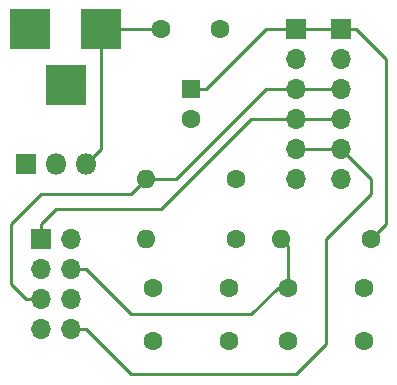
<source format=gbr>
G04 #@! TF.FileFunction,Copper,L1,Top,Signal*
%FSLAX46Y46*%
G04 Gerber Fmt 4.6, Leading zero omitted, Abs format (unit mm)*
G04 Created by KiCad (PCBNEW 4.0.5+dfsg1-4~bpo8+1) date Tue Aug 29 22:55:19 2017*
%MOMM*%
%LPD*%
G01*
G04 APERTURE LIST*
%ADD10C,0.100000*%
%ADD11R,1.600000X1.600000*%
%ADD12C,1.600000*%
%ADD13R,3.500000X3.500000*%
%ADD14R,1.700000X1.700000*%
%ADD15O,1.700000X1.700000*%
%ADD16O,1.600000X1.600000*%
%ADD17R,1.800000X1.800000*%
%ADD18O,1.800000X1.800000*%
%ADD19C,0.250000*%
G04 APERTURE END LIST*
D10*
D11*
X149860000Y-81280000D03*
D12*
X149860000Y-83780000D03*
D13*
X142240000Y-76200000D03*
X136240000Y-76200000D03*
X139240000Y-80900000D03*
D14*
X137160000Y-93980000D03*
D15*
X139700000Y-93980000D03*
X137160000Y-96520000D03*
X139700000Y-96520000D03*
X137160000Y-99060000D03*
X139700000Y-99060000D03*
X137160000Y-101600000D03*
X139700000Y-101600000D03*
D12*
X153670000Y-88900000D03*
D16*
X146050000Y-88900000D03*
D12*
X165100000Y-93980000D03*
D16*
X157480000Y-93980000D03*
D12*
X153670000Y-93980000D03*
D16*
X146050000Y-93980000D03*
D12*
X153110000Y-102580000D03*
X153110000Y-98080000D03*
X146610000Y-102580000D03*
X146610000Y-98080000D03*
X164540000Y-102580000D03*
X164540000Y-98080000D03*
X158040000Y-102580000D03*
X158040000Y-98080000D03*
D17*
X135890000Y-87630000D03*
D18*
X138430000Y-87630000D03*
X140970000Y-87630000D03*
D12*
X147320000Y-76200000D03*
X152320000Y-76200000D03*
D14*
X158750000Y-76200000D03*
D15*
X158750000Y-78740000D03*
X158750000Y-81280000D03*
X158750000Y-83820000D03*
X158750000Y-86360000D03*
X158750000Y-88900000D03*
D14*
X162560000Y-76200000D03*
D15*
X162560000Y-78740000D03*
X162560000Y-81280000D03*
X162560000Y-83820000D03*
X162560000Y-86360000D03*
X162560000Y-88900000D03*
D19*
X142240000Y-86360000D02*
X140970000Y-87630000D01*
X142240000Y-76200000D02*
X142240000Y-86360000D01*
X142240000Y-76200000D02*
X147320000Y-76200000D01*
X158750000Y-76200000D02*
X156210000Y-76200000D01*
X151130000Y-81280000D02*
X149860000Y-81280000D01*
X156210000Y-76200000D02*
X151130000Y-81280000D01*
X162560000Y-76200000D02*
X158750000Y-76200000D01*
X165100000Y-93980000D02*
X166370000Y-92710000D01*
X166370000Y-92710000D02*
X166370000Y-78740000D01*
X166370000Y-78740000D02*
X163830000Y-76200000D01*
X163830000Y-76200000D02*
X162560000Y-76200000D01*
X158750000Y-83820000D02*
X162560000Y-83820000D01*
X137160000Y-93980000D02*
X137160000Y-92710000D01*
X154940000Y-83820000D02*
X158750000Y-83820000D01*
X147320000Y-91440000D02*
X154940000Y-83820000D01*
X138430000Y-91440000D02*
X147320000Y-91440000D01*
X137160000Y-92710000D02*
X138430000Y-91440000D01*
X162560000Y-86360000D02*
X158750000Y-86360000D01*
X139700000Y-101600000D02*
X140970000Y-101600000D01*
X165100000Y-88900000D02*
X162560000Y-86360000D01*
X165100000Y-90170000D02*
X165100000Y-88900000D01*
X161290000Y-93980000D02*
X165100000Y-90170000D01*
X161290000Y-102870000D02*
X161290000Y-93980000D01*
X158750000Y-105410000D02*
X161290000Y-102870000D01*
X144780000Y-105410000D02*
X158750000Y-105410000D01*
X140970000Y-101600000D02*
X144780000Y-105410000D01*
X146050000Y-88900000D02*
X147320000Y-88900000D01*
X156210000Y-81280000D02*
X158750000Y-81280000D01*
X148590000Y-88900000D02*
X156210000Y-81280000D01*
X147320000Y-88900000D02*
X148590000Y-88900000D01*
X158750000Y-81280000D02*
X162560000Y-81280000D01*
X137160000Y-99060000D02*
X135890000Y-99060000D01*
X144780000Y-90170000D02*
X146050000Y-88900000D01*
X137160000Y-90170000D02*
X144780000Y-90170000D01*
X134620000Y-92710000D02*
X137160000Y-90170000D01*
X134620000Y-97790000D02*
X134620000Y-92710000D01*
X135890000Y-99060000D02*
X134620000Y-97790000D01*
X158040000Y-98080000D02*
X158040000Y-94540000D01*
X158040000Y-94540000D02*
X157480000Y-93980000D01*
X139700000Y-96520000D02*
X140970000Y-96520000D01*
X157190000Y-98080000D02*
X158040000Y-98080000D01*
X154940000Y-100330000D02*
X157190000Y-98080000D01*
X144780000Y-100330000D02*
X154940000Y-100330000D01*
X140970000Y-96520000D02*
X144780000Y-100330000D01*
M02*

</source>
